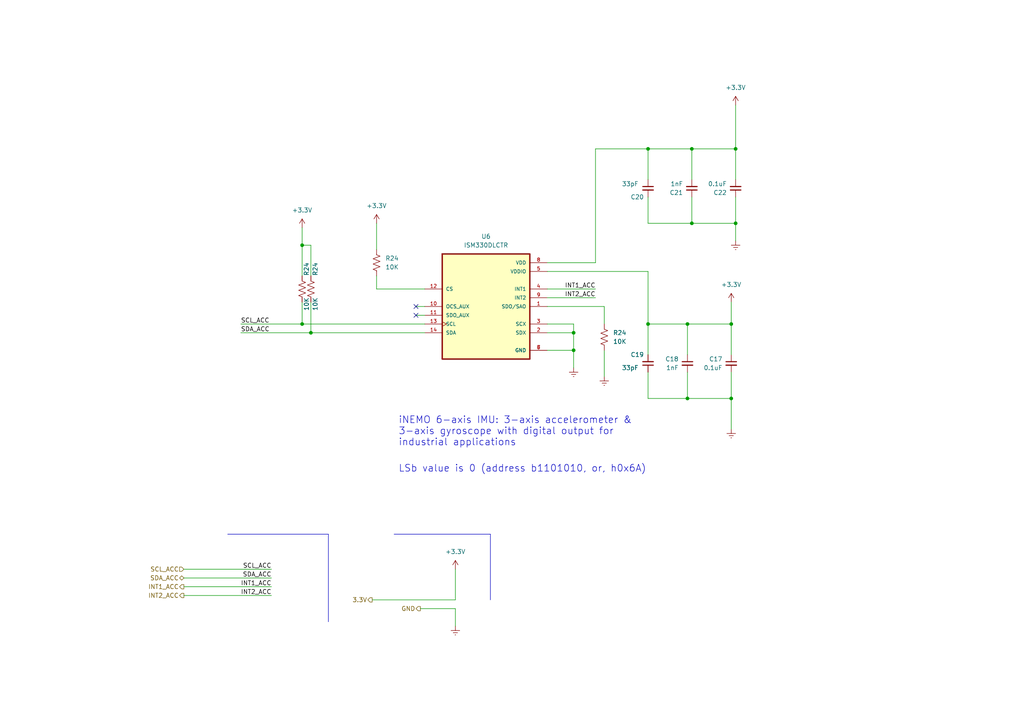
<source format=kicad_sch>
(kicad_sch (version 20230121) (generator eeschema)
  (paper "A4")
  (title_block (title "Accelerometer Sensor") (date "2023-07-02") (rev "02") (company "Electronial") (comment 1 "Designed by Electronial") (comment 2 "https://danielismail.com/  ") (comment 3 "Property of NOVOAI[FIVERR]") (comment 4 "@Copyright & Reserved "))
  (lib_symbols
    (symbol "Device:C_Small" (pin_numbers hide) (pin_names (offset 0.254) hide)
      (property "Reference" "C" (at 0.254 1.778 0))
      (property "Value" "C_Small" (at 0.254 -2.032 0))
      (symbol "C_Small_0_1"
        (polyline (pts (xy -1.524 -0.508) (xy 1.524 -0.508)) (stroke (width 0.3302)))
        (polyline (pts (xy -1.524 0.508) (xy 1.524 0.508)) (stroke (width 0.3048)))
      )
      (symbol "C_Small_1_1"
        (pin passive line (at 0 2.54 270) (length 2.032) (name "~") (number "1"))
        (pin passive line (at 0 -2.54 90) (length 2.032) (name "~") (number "2"))
      )
    )
    (symbol "Device:R_US" (pin_numbers hide) (pin_names (offset 0))
      (property "Reference" "R" (at 2.54 0 90))
      (property "Value" "R_US" (at -2.54 0 90))
      (symbol "R_US_0_1"
        (polyline (pts (xy 0 -2.286) (xy 0 -2.54)))
        (polyline (pts (xy 0 2.286) (xy 0 2.54)))
        (polyline (pts (xy 0 -0.762) (xy 1.016 -1.143) (xy 0 -1.524) (xy -1.016 -1.905) (xy 0 -2.286)))
        (polyline (pts (xy 0 0.762) (xy 1.016 0.381) (xy 0 0) (xy -1.016 -0.381) (xy 0 -0.762)))
        (polyline (pts (xy 0 2.286) (xy 1.016 1.905) (xy 0 1.524) (xy -1.016 1.143) (xy 0 0.762)))
      )
      (symbol "R_US_1_1"
        (pin passive line (at 0 3.81 270) (length 1.27) (name "~") (number "1"))
        (pin passive line (at 0 -3.81 90) (length 1.27) (name "~") (number "2"))
      )
    )
    (symbol "ISM330DLCTR:ISM330DLCTR" (pin_names (offset 1.016))
      (property "Reference" "U" (at -12.7079 15.2494 0))
      (property "Value" "ISM330DLCTR" (at -12.7243 -17.814 0))
      (symbol "ISM330DLCTR_0_0"
        (rectangle (start -12.7 -15.24) (end 12.7 15.24) (stroke (width 0.41)) (fill (type background)))
        (pin output line (at 17.78 0 180) (length 5.08) (name "SDO/SAO") (number "1"))
        (pin bidirectional line (at -17.78 0 0) (length 5.08) (name "OCS_AUX") (number "10"))
        (pin bidirectional line (at -17.78 -2.54 0) (length 5.08) (name "SDO_AUX") (number "11"))
        (pin input line (at -17.78 5.08 0) (length 5.08) (name "CS") (number "12"))
        (pin bidirectional clock (at -17.78 -5.08 0) (length 5.08) (name "SCL") (number "13"))
        (pin bidirectional line (at -17.78 -7.62 0) (length 5.08) (name "SDA") (number "14"))
        (pin bidirectional line (at 17.78 -7.62 180) (length 5.08) (name "SDX") (number "2"))
        (pin bidirectional line (at 17.78 -5.08 180) (length 5.08) (name "SCX") (number "3"))
        (pin output line (at 17.78 5.08 180) (length 5.08) (name "INT1") (number "4"))
        (pin power_in line (at 17.78 10.16 180) (length 5.08) (name "VDDIO") (number "5"))
        (pin power_in line (at 17.78 -12.7 180) (length 5.08) (name "GND") (number "6"))
        (pin power_in line (at 17.78 -12.7 180) (length 5.08) (name "GND") (number "7"))
        (pin power_in line (at 17.78 12.7 180) (length 5.08) (name "VDD") (number "8"))
        (pin output line (at 17.78 2.54 180) (length 5.08) (name "INT2") (number "9"))
      )
    )
    (symbol "power:+3.3V" (power) (pin_names (offset 0))
      (property "Value" "+3.3V" (at 0 3.556 0))
      (symbol "+3.3V_0_1"
        (polyline (pts (xy -0.762 1.27) (xy 0 2.54)))
        (polyline (pts (xy 0 0) (xy 0 2.54)))
        (polyline (pts (xy 0 2.54) (xy 0.762 1.27)))
      )
      (symbol "+3.3V_1_1"
        (pin power_in line (at 0 0 90) (length 0) hide (name "+3.3V") (number "1"))
      )
    )
    (symbol "power:Earth" (power) (pin_names (offset 0))
      (symbol "Earth_0_1"
        (polyline (pts (xy -0.635 -1.905) (xy 0.635 -1.905)))
        (polyline (pts (xy -0.127 -2.54) (xy 0.127 -2.54)))
        (polyline (pts (xy 0 -1.27) (xy 0 0)))
        (polyline (pts (xy 1.27 -1.27) (xy -1.27 -1.27)))
      )
      (symbol "Earth_1_1"
        (pin power_in line (at 0 0 270) (length 0) hide (name "Earth") (number "1"))
      )
    )
  )
  (junction (at 166.37 96.52))
  (junction (at 213.36 43.18))
  (junction (at 213.36 64.77))
  (junction (at 200.66 64.77))
  (junction (at 166.37 101.6))
  (junction (at 200.66 43.18))
  (junction (at 87.63 93.98))
  (junction (at 199.39 115.57))
  (junction (at 199.39 93.98))
  (junction (at 187.96 43.18))
  (junction (at 212.09 93.98))
  (junction (at 187.96 93.98))
  (junction (at 87.63 71.12))
  (junction (at 90.17 96.52))
  (junction (at 212.09 115.57))
  (no_connect (at 120.65 91.44))
  (no_connect (at 120.65 88.9))
  (wire (pts (xy 87.63 71.12) (xy 87.63 80.01)))
  (wire (pts (xy 166.37 93.98) (xy 166.37 96.52)))
  (wire (pts (xy 158.75 78.74) (xy 187.96 78.74)))
  (wire (pts (xy 200.66 64.77) (xy 213.36 64.77)))
  (wire (pts (xy 109.22 64.77) (xy 109.22 72.39)))
  (wire (pts (xy 213.36 57.15) (xy 213.36 64.77)))
  (wire (pts (xy 187.96 57.15) (xy 187.96 64.77)))
  (wire (pts (xy 87.63 93.98) (xy 123.19 93.98)))
  (wire (pts (xy 109.22 83.82) (xy 123.19 83.82)))
  (wire (pts (xy 69.85 93.98) (xy 87.63 93.98)))
  (wire (pts (xy 172.72 83.82) (xy 158.75 83.82)))
  (wire (pts (xy 90.17 87.63) (xy 90.17 96.52)))
  (wire (pts (xy 120.65 88.9) (xy 123.19 88.9)))
  (wire (pts (xy 187.96 43.18) (xy 200.66 43.18)))
  (wire (pts (xy 213.36 64.77) (xy 213.36 69.85)))
  (wire (pts (xy 212.09 107.95) (xy 212.09 115.57)))
  (wire (pts (xy 172.72 43.18) (xy 187.96 43.18)))
  (wire (pts (xy 187.96 93.98) (xy 187.96 102.87)))
  (wire (pts (xy 172.72 86.36) (xy 158.75 86.36)))
  (wire (pts (xy 158.75 76.2) (xy 172.72 76.2)))
  (wire (pts (xy 78.74 170.18) (xy 53.34 170.18)))
  (wire (pts (xy 212.09 93.98) (xy 199.39 93.98)))
  (wire (pts (xy 200.66 57.15) (xy 200.66 64.77)))
  (wire (pts (xy 158.75 101.6) (xy 166.37 101.6)))
  (wire (pts (xy 199.39 115.57) (xy 212.09 115.57)))
  (wire (pts (xy 212.09 115.57) (xy 212.09 124.46)))
  (wire (pts (xy 187.96 107.95) (xy 187.96 115.57)))
  (wire (pts (xy 213.36 43.18) (xy 213.36 52.07)))
  (wire (pts (xy 212.09 93.98) (xy 212.09 102.87)))
  (wire (pts (xy 121.92 176.53) (xy 132.08 176.53)))
  (polyline (pts (xy 95.25 154.94) (xy 95.25 180.34)))
  (wire (pts (xy 120.65 91.44) (xy 123.19 91.44)))
  (wire (pts (xy 87.63 66.04) (xy 87.63 71.12)))
  (wire (pts (xy 107.95 173.99) (xy 132.08 173.99)))
  (wire (pts (xy 132.08 181.61) (xy 132.08 176.53)))
  (polyline (pts (xy 142.24 154.94) (xy 142.24 173.99)))
  (wire (pts (xy 132.08 165.1) (xy 132.08 173.99)))
  (wire (pts (xy 187.96 115.57) (xy 199.39 115.57)))
  (wire (pts (xy 199.39 93.98) (xy 187.96 93.98)))
  (polyline (pts (xy 66.04 154.94) (xy 95.25 154.94)))
  (wire (pts (xy 166.37 96.52) (xy 166.37 101.6)))
  (wire (pts (xy 199.39 93.98) (xy 199.39 102.87)))
  (wire (pts (xy 187.96 78.74) (xy 187.96 93.98)))
  (wire (pts (xy 90.17 71.12) (xy 87.63 71.12)))
  (wire (pts (xy 200.66 52.07) (xy 200.66 43.18)))
  (wire (pts (xy 213.36 30.48) (xy 213.36 43.18)))
  (wire (pts (xy 166.37 101.6) (xy 166.37 106.68)))
  (wire (pts (xy 158.75 88.9) (xy 175.26 88.9)))
  (wire (pts (xy 78.74 172.72) (xy 53.34 172.72)))
  (wire (pts (xy 158.75 93.98) (xy 166.37 93.98)))
  (wire (pts (xy 87.63 87.63) (xy 87.63 93.98)))
  (wire (pts (xy 69.85 96.52) (xy 90.17 96.52)))
  (wire (pts (xy 175.26 88.9) (xy 175.26 93.98)))
  (wire (pts (xy 90.17 96.52) (xy 123.19 96.52)))
  (wire (pts (xy 78.74 165.1) (xy 53.34 165.1)))
  (wire (pts (xy 200.66 43.18) (xy 213.36 43.18)))
  (wire (pts (xy 158.75 96.52) (xy 166.37 96.52)))
  (wire (pts (xy 172.72 76.2) (xy 172.72 43.18)))
  (wire (pts (xy 109.22 80.01) (xy 109.22 83.82)))
  (wire (pts (xy 199.39 107.95) (xy 199.39 115.57)))
  (wire (pts (xy 78.74 167.64) (xy 53.34 167.64)))
  (wire (pts (xy 212.09 87.63) (xy 212.09 93.98)))
  (wire (pts (xy 187.96 64.77) (xy 200.66 64.77)))
  (polyline (pts (xy 114.3 154.94) (xy 142.24 154.94)))
  (wire (pts (xy 90.17 80.01) (xy 90.17 71.12)))
  (wire (pts (xy 175.26 101.6) (xy 175.26 109.22)))
  (wire (pts (xy 187.96 43.18) (xy 187.96 52.07)))
  (text "LSb value is 0 (address b1101010, or, h0x6A)" (at 115.57 137.16 0) (effects (font (size 2 2)) (justify left bottom)))
  (text "iNEMO 6-axis IMU: 3-axis accelerometer & \n3-axis gyroscope with digital output for \nindustrial applications" (at 115.57 129.54 0) (effects (font (size 2 2)) (justify left bottom)))
  (label "INT2_ACC" (at 78.74 172.72 180))
  (label "INT1_ACC" (at 172.72 83.82 180))
  (label "SCL_ACC" (at 69.85 93.98 0))
  (label "INT1_ACC" (at 78.74 170.18 180))
  (label "INT2_ACC" (at 172.72 86.36 180))
  (label "SCL_ACC" (at 78.74 165.1 180))
  (label "SDA_ACC" (at 78.74 167.64 180))
  (label "SDA_ACC" (at 69.85 96.52 0))
  (hierarchical_label "GND" (shape output) (at 121.92 176.53 180))
  (hierarchical_label "SDA_ACC" (shape bidirectional) (at 53.34 167.64 180))
  (hierarchical_label "SCL_ACC" (shape input) (at 53.34 165.1 180))
  (hierarchical_label "3.3V" (shape output) (at 107.95 173.99 180))
  (hierarchical_label "INT1_ACC" (shape output) (at 53.34 170.18 180))
  (hierarchical_label "INT2_ACC" (shape output) (at 53.34 172.72 180))
  (symbol (lib_id "power:+3.3V") (at 212.09 87.63 0) (unit 1)
    (property "Reference" "#PWR0167" (effects hide))
    (property "Value" "+3.3V" (at 212.09 82.55 0))
  )
  (symbol (lib_id "Device:R_US") (at 175.26 97.79 180) (unit 1)
    (property "Reference" "R24" (at 177.8 96.5199 0) (effects (justify right)))
    (property "Value" "10K" (at 177.8 99.0599 0) (effects (justify right)))
    (property "Footprint" "Resistor_SMD:R_0603_1608Metric_Pad0.98x0.95mm_HandSolder" (effects hide))
    (property "PRICE" "0.1" (effects hide))
    (property "Manufacturer_Part_Number" "CRGH0603F10K" (effects hide))
    (property "LCSC mfr" "RC0603FR-7W10KL" (effects hide))
    (instances (project "SourceFIle" (path "" (reference "R24") (unit 1)) (path "" (reference "R28") (unit 1))))
  )
  (symbol (lib_id "Device:C_Small") (at 187.96 54.61 0) (unit 1)
    (property "Reference" "C20" (at 182.88 57.15 0) (effects (justify left)))
    (property "Value" "33pF" (at 180.34 53.34 0) (effects (justify left)))
    (property "Footprint" "Capacitor_SMD:C_0603_1608Metric_Pad1.08x0.95mm_HandSolder" (effects hide))
    (property "PRICE" "0.1" (effects hide))
    (property "Manufacturer_Part_Number" "0603N330G500CT" (effects hide))
    (property "LCSC mfr" "CC0603GRNPO9BN330" (effects hide))
  )
  (symbol (lib_id "power:Earth") (at 175.26 109.22 0) (unit 1)
    (property "Reference" "#PWR012" (effects hide))
    (property "Value" "Earth" (effects hide))
  )
  (symbol (lib_id "Device:C_Small") (at 200.66 54.61 180) (unit 1)
    (property "Reference" "C21" (at 198.12 55.88 0) (effects (justify left)))
    (property "Value" "1nF" (at 198.12 53.34 0) (effects (justify left)))
    (property "Footprint" "Capacitor_SMD:C_0603_1608Metric_Pad1.08x0.95mm_HandSolder" (effects hide))
    (property "PRICE" "0.1" (effects hide))
    (property "Manufacturer_Part_Number" "0603N102F500CT" (effects hide))
    (property "LCSC mfr" "0603B102J500NT" (effects hide))
  )
  (symbol (lib_id "Device:R_US") (at 90.17 83.82 180) (unit 1)
    (property "Reference" "R24" (at 91.44 80.01 90) (effects (justify right)))
    (property "Value" "10K" (at 91.44 90.17 90) (effects (justify right)))
    (property "Footprint" "Resistor_SMD:R_0603_1608Metric_Pad0.98x0.95mm_HandSolder" (effects hide))
    (property "PRICE" "0.1" (effects hide))
    (property "Manufacturer_Part_Number" "CRGH0603F10K" (effects hide))
    (property "LCSC mfr" "RC0603FR-7W10KL" (effects hide))
    (instances (project "SourceFIle" (path "" (reference "R24") (unit 1)) (path "" (reference "R31") (unit 1))))
  )
  (symbol (lib_id "power:Earth") (at 132.08 181.61 0) (unit 1)
    (property "Reference" "#PWR0164" (effects hide))
    (property "Value" "Earth" (effects hide))
  )
  (symbol (lib_id "power:+3.3V") (at 87.63 66.04 0) (unit 1)
    (property "Reference" "#PWR013" (effects hide))
    (property "Value" "+3.3V" (at 87.63 60.96 0))
  )
  (symbol (lib_id "Device:R_US") (at 109.22 76.2 180) (unit 1)
    (property "Reference" "R24" (at 111.76 74.9299 0) (effects (justify right)))
    (property "Value" "10K" (at 111.76 77.4699 0) (effects (justify right)))
    (property "Footprint" "Resistor_SMD:R_0603_1608Metric_Pad0.98x0.95mm_HandSolder" (effects hide))
    (property "PRICE" "0.1" (effects hide))
    (property "Manufacturer_Part_Number" "CRGH0603F10K" (effects hide))
    (property "LCSC mfr" "RC0603FR-7W10KL" (effects hide))
    (instances (project "SourceFIle" (path "" (reference "R24") (unit 1)) (path "" (reference "R29") (unit 1))))
  )
  (symbol (lib_id "Device:C_Small") (at 213.36 54.61 180) (unit 1)
    (property "Reference" "C22" (at 210.82 55.8738 0) (effects (justify left)))
    (property "Value" "0.1uF" (at 210.82 53.3338 0) (effects (justify left)))
    (property "Footprint" "Capacitor_SMD:C_0603_1608Metric_Pad1.08x0.95mm_HandSolder" (effects hide))
    (property "PRICE" "0.1" (effects hide))
    (property "Manufacturer_Part_Number" "CL10B104JB8NNND" (effects hide))
    (property "LCSC mfr" "TCC0603X7R104K500CT" (effects hide))
  )
  (symbol (lib_id "Device:R_US") (at 87.63 83.82 180) (unit 1)
    (property "Reference" "R24" (at 88.9 80.01 90) (effects (justify right)))
    (property "Value" "10K" (at 88.9 90.17 90) (effects (justify right)))
    (property "Footprint" "Resistor_SMD:R_0603_1608Metric_Pad0.98x0.95mm_HandSolder" (effects hide))
    (property "PRICE" "0.1" (effects hide))
    (property "Manufacturer_Part_Number" "CRGH0603F10K" (effects hide))
    (property "LCSC mfr" "RC0603FR-7W10KL" (effects hide))
    (instances (project "SourceFIle" (path "" (reference "R24") (unit 1)) (path "" (reference "R30") (unit 1))))
  )
  (symbol (lib_id "power:+3.3V") (at 213.36 30.48 0) (unit 1)
    (property "Reference" "#PWR010" (effects hide))
    (property "Value" "+3.3V" (at 213.36 25.4 0))
  )
  (symbol (lib_id "power:Earth") (at 213.36 69.85 0) (unit 1)
    (property "Reference" "#PWR0161" (effects hide))
    (property "Value" "Earth" (effects hide))
  )
  (symbol (lib_id "power:Earth") (at 212.09 124.46 0) (unit 1)
    (property "Reference" "#PWR0163" (effects hide))
    (property "Value" "Earth" (effects hide))
  )
  (symbol (lib_id "power:+3.3V") (at 132.08 165.1 0) (unit 1)
    (property "Reference" "#PWR0165" (effects hide))
    (property "Value" "+3.3V" (at 132.08 160.02 0))
  )
  (symbol (lib_id "Device:C_Small") (at 199.39 105.41 0) (mirror y) (unit 1)
    (property "Reference" "C18" (at 196.85 104.14 0) (effects (justify left)))
    (property "Value" "1nF" (at 196.85 106.68 0) (effects (justify left)))
    (property "Footprint" "Capacitor_SMD:C_0603_1608Metric_Pad1.08x0.95mm_HandSolder" (effects hide))
    (property "PRICE" "0.1" (effects hide))
    (property "Manufacturer_Part_Number" "0603N102F500CT" (effects hide))
    (property "LCSC mfr" "0603B102J500NT" (effects hide))
  )
  (symbol (lib_id "Device:C_Small") (at 187.96 105.41 0) (mirror x) (unit 1)
    (property "Reference" "C19" (at 182.88 102.87 0) (effects (justify left)))
    (property "Value" "33pF" (at 180.34 106.68 0) (effects (justify left)))
    (property "Footprint" "Capacitor_SMD:C_0603_1608Metric_Pad1.08x0.95mm_HandSolder" (effects hide))
    (property "PRICE" "0.1" (effects hide))
    (property "Manufacturer_Part_Number" "0603N330G500CT" (effects hide))
    (property "LCSC mfr" "CC0603GRNPO9BN330" (effects hide))
  )
  (symbol (lib_id "power:Earth") (at 166.37 106.68 0) (mirror y) (unit 1)
    (property "Reference" "#PWR09" (effects hide))
    (property "Value" "Earth" (effects hide))
  )
  (symbol (lib_id "ISM330DLCTR:ISM330DLCTR") (at 140.97 88.9 0) (unit 1)
    (property "Reference" "U6" (at 140.97 68.58 0))
    (property "Value" "ISM330DLCTR" (at 140.97 71.12 0))
    (property "Footprint" "Footprint:PQFN50P250X300X86-14N" (effects hide))
    (property "Datasheet" "https://www.st.com/resource/en/datasheet/ism330dlc.pdf" (effects hide))
    (property "PARTREV" "2" (effects hide))
    (property "MANUFACTURER" "STMicroelectronics" (effects hide))
    (property "STANDARD" "IPC-7351B" (effects hide))
    (property "Manufacturer_Part_Number" "ISM330DLCTR" (effects hide))
  )
  (symbol (lib_id "Device:C_Small") (at 212.09 105.41 0) (mirror y) (unit 1)
    (property "Reference" "C17" (at 209.55 104.1462 0) (effects (justify left)))
    (property "Value" "0.1uF" (at 209.55 106.6862 0) (effects (justify left)))
    (property "Footprint" "Capacitor_SMD:C_0603_1608Metric_Pad1.08x0.95mm_HandSolder" (effects hide))
    (property "PRICE" "0.1" (effects hide))
    (property "Manufacturer_Part_Number" "CL10B104JB8NNND" (effects hide))
    (property "LCSC mfr" "TCC0603X7R104K500CT" (effects hide))
  )
  (symbol (lib_id "power:+3.3V") (at 109.22 64.77 0) (unit 1)
    (property "Reference" "#PWR011" (effects hide))
    (property "Value" "+3.3V" (at 109.22 59.69 0))
  )
)
</source>
